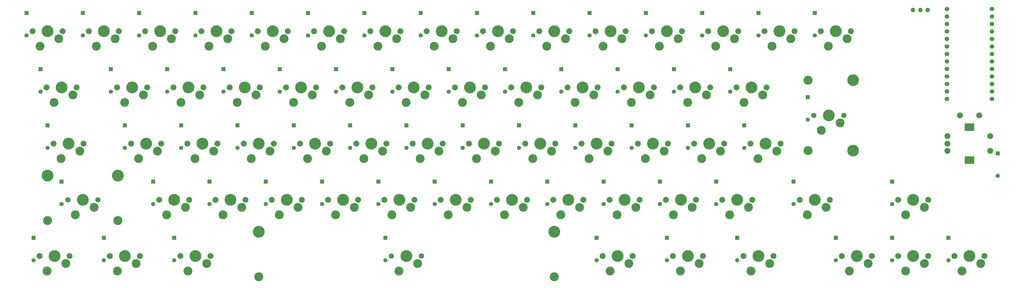
<source format=gts>
G04 #@! TF.GenerationSoftware,KiCad,Pcbnew,(5.1.12)-1*
G04 #@! TF.CreationDate,2022-12-17T21:00:29+09:00*
G04 #@! TF.ProjectId,jtnk67,6a746e6b-3637-42e6-9b69-6361645f7063,rev?*
G04 #@! TF.SameCoordinates,Original*
G04 #@! TF.FileFunction,Soldermask,Top*
G04 #@! TF.FilePolarity,Negative*
%FSLAX46Y46*%
G04 Gerber Fmt 4.6, Leading zero omitted, Abs format (unit mm)*
G04 Created by KiCad (PCBNEW (5.1.12)-1) date 2022-12-17 21:00:29*
%MOMM*%
%LPD*%
G01*
G04 APERTURE LIST*
%ADD10C,3.987800*%
%ADD11C,3.048000*%
%ADD12C,3.000000*%
%ADD13C,1.800000*%
%ADD14C,4.000000*%
%ADD15C,3.050000*%
%ADD16C,1.524000*%
%ADD17C,2.000000*%
%ADD18R,3.200000X2.500000*%
%ADD19O,1.500000X1.500000*%
%ADD20C,1.397000*%
%ADD21R,1.397000X1.397000*%
G04 APERTURE END LIST*
D10*
X301149000Y-45212000D03*
D11*
X285909000Y-69088000D03*
D10*
X301149000Y-69088000D03*
D11*
X285909000Y-45212000D03*
D12*
X290354000Y-62230000D03*
D13*
X297974000Y-57150000D03*
X287814000Y-57150000D03*
D10*
X292894000Y-57150000D03*
X292894000Y-57150000D03*
D14*
X292894000Y-57150000D03*
D12*
X296704000Y-59690000D03*
D14*
X200029000Y-96535000D03*
X100009000Y-96535000D03*
D15*
X100009000Y-111775000D03*
X200029000Y-111775000D03*
D12*
X147479000Y-109855000D03*
D14*
X150019000Y-104775000D03*
D13*
X144939000Y-104775000D03*
X155099000Y-104775000D03*
D12*
X153829000Y-107315000D03*
D16*
X348082600Y-23622000D03*
X348082600Y-26162000D03*
X348082600Y-28702000D03*
X348082600Y-31242000D03*
X348082600Y-33782000D03*
X348082600Y-36322000D03*
X348082600Y-38862000D03*
X348082600Y-41402000D03*
X348082600Y-43942000D03*
X348082600Y-46482000D03*
X348082600Y-49022000D03*
X348082600Y-51562000D03*
X332862600Y-51562000D03*
X332862600Y-49022000D03*
X332862600Y-46482000D03*
X332862600Y-43942000D03*
X332862600Y-41402000D03*
X332862600Y-38862000D03*
X332862600Y-36322000D03*
X332862600Y-33782000D03*
X332862600Y-31242000D03*
X332862600Y-28702000D03*
X332862600Y-26162000D03*
X332862600Y-23622000D03*
X332862600Y-21082000D03*
X348082600Y-21082000D03*
D17*
X337269000Y-57150000D03*
X343769000Y-57150000D03*
X347519000Y-69175000D03*
X347519000Y-64175000D03*
D18*
X340519000Y-72275000D03*
X340519000Y-61075000D03*
D17*
X333019000Y-69175000D03*
X333019000Y-66675000D03*
X333019000Y-64175000D03*
X345599000Y-104775000D03*
X335439000Y-104775000D03*
D14*
X340519000Y-104775000D03*
D12*
X337979000Y-109855000D03*
X344329000Y-107315000D03*
D17*
X326549000Y-104775000D03*
X316389000Y-104775000D03*
D14*
X321469000Y-104775000D03*
D12*
X318929000Y-109855000D03*
X325279000Y-107315000D03*
D17*
X326549000Y-85725000D03*
X316389000Y-85725000D03*
D14*
X321469000Y-85725000D03*
D12*
X318929000Y-90805000D03*
X325279000Y-88265000D03*
D17*
X300355000Y-28575000D03*
X290195000Y-28575000D03*
D14*
X295275000Y-28575000D03*
D12*
X292735000Y-33655000D03*
X299085000Y-31115000D03*
D17*
X307499000Y-104775000D03*
X297339000Y-104775000D03*
D14*
X302419000Y-104775000D03*
D12*
X299879000Y-109855000D03*
X306229000Y-107315000D03*
X291941000Y-88265000D03*
X285591000Y-90805000D03*
D14*
X288131000Y-85725000D03*
D17*
X283051000Y-85725000D03*
X293211000Y-85725000D03*
X281305000Y-28575000D03*
X271145000Y-28575000D03*
D14*
X276225000Y-28575000D03*
D12*
X273685000Y-33655000D03*
X280035000Y-31115000D03*
D17*
X276542000Y-66675000D03*
X266382000Y-66675000D03*
D14*
X271462000Y-66675000D03*
D12*
X268922000Y-71755000D03*
X275272000Y-69215000D03*
D17*
X271780000Y-47625000D03*
X261620000Y-47625000D03*
D14*
X266700000Y-47625000D03*
D12*
X264160000Y-52705000D03*
X270510000Y-50165000D03*
D17*
X262255000Y-28575000D03*
X252095000Y-28575000D03*
D14*
X257175000Y-28575000D03*
D12*
X254635000Y-33655000D03*
X260985000Y-31115000D03*
D17*
X274161000Y-104775000D03*
X264001000Y-104775000D03*
D14*
X269081000Y-104775000D03*
D12*
X266541000Y-109855000D03*
X272891000Y-107315000D03*
D17*
X267018000Y-85725000D03*
X256858000Y-85725000D03*
D14*
X261938000Y-85725000D03*
D12*
X259398000Y-90805000D03*
X265748000Y-88265000D03*
D17*
X257492000Y-66675000D03*
X247332000Y-66675000D03*
D14*
X252412000Y-66675000D03*
D12*
X249872000Y-71755000D03*
X256222000Y-69215000D03*
D17*
X252730000Y-47625000D03*
X242570000Y-47625000D03*
D14*
X247650000Y-47625000D03*
D12*
X245110000Y-52705000D03*
X251460000Y-50165000D03*
D17*
X243205000Y-28575000D03*
X233045000Y-28575000D03*
D14*
X238125000Y-28575000D03*
D12*
X235585000Y-33655000D03*
X241935000Y-31115000D03*
D17*
X250349000Y-104775000D03*
X240189000Y-104775000D03*
D14*
X245269000Y-104775000D03*
D12*
X242729000Y-109855000D03*
X249079000Y-107315000D03*
D17*
X247968000Y-85725000D03*
X237808000Y-85725000D03*
D14*
X242888000Y-85725000D03*
D12*
X240348000Y-90805000D03*
X246698000Y-88265000D03*
D17*
X238442000Y-66675000D03*
X228282000Y-66675000D03*
D14*
X233362000Y-66675000D03*
D12*
X230822000Y-71755000D03*
X237172000Y-69215000D03*
D17*
X233680000Y-47625000D03*
X223520000Y-47625000D03*
D14*
X228600000Y-47625000D03*
D12*
X226060000Y-52705000D03*
X232410000Y-50165000D03*
D17*
X224155000Y-28575000D03*
X213995000Y-28575000D03*
D14*
X219075000Y-28575000D03*
D12*
X216535000Y-33655000D03*
X222885000Y-31115000D03*
D17*
X226536000Y-104775000D03*
X216376000Y-104775000D03*
D14*
X221456000Y-104775000D03*
D12*
X218916000Y-109855000D03*
X225266000Y-107315000D03*
D17*
X228918000Y-85725000D03*
X218758000Y-85725000D03*
D14*
X223838000Y-85725000D03*
D12*
X221298000Y-90805000D03*
X227648000Y-88265000D03*
D17*
X219392000Y-66675000D03*
X209232000Y-66675000D03*
D14*
X214312000Y-66675000D03*
D12*
X211772000Y-71755000D03*
X218122000Y-69215000D03*
D17*
X214630000Y-47625000D03*
X204470000Y-47625000D03*
D14*
X209550000Y-47625000D03*
D12*
X207010000Y-52705000D03*
X213360000Y-50165000D03*
D17*
X205105000Y-28575000D03*
X194945000Y-28575000D03*
D14*
X200025000Y-28575000D03*
D12*
X197485000Y-33655000D03*
X203835000Y-31115000D03*
D17*
X209868000Y-85725000D03*
X199708000Y-85725000D03*
D14*
X204788000Y-85725000D03*
D12*
X202248000Y-90805000D03*
X208598000Y-88265000D03*
D17*
X200342000Y-66675000D03*
X190182000Y-66675000D03*
D14*
X195262000Y-66675000D03*
D12*
X192722000Y-71755000D03*
X199072000Y-69215000D03*
D17*
X195580000Y-47625000D03*
X185420000Y-47625000D03*
D14*
X190500000Y-47625000D03*
D12*
X187960000Y-52705000D03*
X194310000Y-50165000D03*
D17*
X186055000Y-28575000D03*
X175895000Y-28575000D03*
D14*
X180975000Y-28575000D03*
D12*
X178435000Y-33655000D03*
X184785000Y-31115000D03*
D17*
X190818000Y-85725000D03*
X180658000Y-85725000D03*
D14*
X185738000Y-85725000D03*
D12*
X183198000Y-90805000D03*
X189548000Y-88265000D03*
D17*
X181292000Y-66675000D03*
X171132000Y-66675000D03*
D14*
X176212000Y-66675000D03*
D12*
X173672000Y-71755000D03*
X180022000Y-69215000D03*
D17*
X176530000Y-47625000D03*
X166370000Y-47625000D03*
D14*
X171450000Y-47625000D03*
D12*
X168910000Y-52705000D03*
X175260000Y-50165000D03*
D17*
X167005000Y-28575000D03*
X156845000Y-28575000D03*
D14*
X161925000Y-28575000D03*
D12*
X159385000Y-33655000D03*
X165735000Y-31115000D03*
D17*
X171768000Y-85725000D03*
X161608000Y-85725000D03*
D14*
X166688000Y-85725000D03*
D12*
X164148000Y-90805000D03*
X170498000Y-88265000D03*
D17*
X162242000Y-66675000D03*
X152082000Y-66675000D03*
D14*
X157162000Y-66675000D03*
D12*
X154622000Y-71755000D03*
X160972000Y-69215000D03*
D17*
X157480000Y-47625000D03*
X147320000Y-47625000D03*
D14*
X152400000Y-47625000D03*
D12*
X149860000Y-52705000D03*
X156210000Y-50165000D03*
D17*
X147955000Y-28575000D03*
X137795000Y-28575000D03*
D14*
X142875000Y-28575000D03*
D12*
X140335000Y-33655000D03*
X146685000Y-31115000D03*
D17*
X152718000Y-85725000D03*
X142558000Y-85725000D03*
D14*
X147638000Y-85725000D03*
D12*
X145098000Y-90805000D03*
X151448000Y-88265000D03*
D17*
X143192000Y-66675000D03*
X133032000Y-66675000D03*
D14*
X138112000Y-66675000D03*
D12*
X135572000Y-71755000D03*
X141922000Y-69215000D03*
D17*
X138430000Y-47625000D03*
X128270000Y-47625000D03*
D14*
X133350000Y-47625000D03*
D12*
X130810000Y-52705000D03*
X137160000Y-50165000D03*
D17*
X128905000Y-28575000D03*
X118745000Y-28575000D03*
D14*
X123825000Y-28575000D03*
D12*
X121285000Y-33655000D03*
X127635000Y-31115000D03*
D17*
X133668000Y-85725000D03*
X123508000Y-85725000D03*
D14*
X128588000Y-85725000D03*
D12*
X126048000Y-90805000D03*
X132398000Y-88265000D03*
D17*
X124142000Y-66675000D03*
X113982000Y-66675000D03*
D14*
X119062000Y-66675000D03*
D12*
X116522000Y-71755000D03*
X122872000Y-69215000D03*
D17*
X119380000Y-47625000D03*
X109220000Y-47625000D03*
D14*
X114300000Y-47625000D03*
D12*
X111760000Y-52705000D03*
X118110000Y-50165000D03*
D17*
X109855000Y-28575000D03*
X99695000Y-28575000D03*
D14*
X104775000Y-28575000D03*
D12*
X102235000Y-33655000D03*
X108585000Y-31115000D03*
D17*
X114618000Y-85725000D03*
X104458000Y-85725000D03*
D14*
X109538000Y-85725000D03*
D12*
X106998000Y-90805000D03*
X113348000Y-88265000D03*
D17*
X105092000Y-66675000D03*
X94932000Y-66675000D03*
D14*
X100012000Y-66675000D03*
D12*
X97472000Y-71755000D03*
X103822000Y-69215000D03*
D17*
X100330000Y-47625000D03*
X90170000Y-47625000D03*
D14*
X95250000Y-47625000D03*
D12*
X92710000Y-52705000D03*
X99060000Y-50165000D03*
D17*
X90805000Y-28575000D03*
X80645000Y-28575000D03*
D14*
X85725000Y-28575000D03*
D12*
X83185000Y-33655000D03*
X89535000Y-31115000D03*
D17*
X83661200Y-104775000D03*
X73501200Y-104775000D03*
D14*
X78581200Y-104775000D03*
D12*
X76041200Y-109855000D03*
X82391200Y-107315000D03*
D17*
X95567500Y-85725000D03*
X85407500Y-85725000D03*
D14*
X90487500Y-85725000D03*
D12*
X87947500Y-90805000D03*
X94297500Y-88265000D03*
D17*
X86042500Y-66675000D03*
X75882500Y-66675000D03*
D14*
X80962500Y-66675000D03*
D12*
X78422500Y-71755000D03*
X84772500Y-69215000D03*
D17*
X81280000Y-47625000D03*
X71120000Y-47625000D03*
D14*
X76200000Y-47625000D03*
D12*
X73660000Y-52705000D03*
X80010000Y-50165000D03*
D17*
X71755000Y-28575000D03*
X61595000Y-28575000D03*
D14*
X66675000Y-28575000D03*
D12*
X64135000Y-33655000D03*
X70485000Y-31115000D03*
D17*
X59848800Y-104775000D03*
X49688800Y-104775000D03*
D14*
X54768800Y-104775000D03*
D12*
X52228800Y-109855000D03*
X58578800Y-107315000D03*
D17*
X76517500Y-85725000D03*
X66357500Y-85725000D03*
D14*
X71437500Y-85725000D03*
D12*
X68897500Y-90805000D03*
X75247500Y-88265000D03*
D17*
X66992500Y-66675000D03*
X56832500Y-66675000D03*
D14*
X61912500Y-66675000D03*
D12*
X59372500Y-71755000D03*
X65722500Y-69215000D03*
D17*
X62230000Y-47625000D03*
X52070000Y-47625000D03*
D14*
X57150000Y-47625000D03*
D12*
X54610000Y-52705000D03*
X60960000Y-50165000D03*
D17*
X52705000Y-28575000D03*
X42545000Y-28575000D03*
D14*
X47625000Y-28575000D03*
D12*
X45085000Y-33655000D03*
X51435000Y-31115000D03*
D17*
X36036200Y-104775000D03*
X25876200Y-104775000D03*
D14*
X30956200Y-104775000D03*
D12*
X28416200Y-109855000D03*
X34766200Y-107315000D03*
X44291200Y-88265000D03*
D13*
X45561200Y-85725000D03*
X35401200Y-85725000D03*
D14*
X40481200Y-85725000D03*
D12*
X37941200Y-90805000D03*
D15*
X52381200Y-92725000D03*
X28581200Y-92725000D03*
D14*
X28581200Y-77485000D03*
X52381200Y-77485000D03*
D12*
X39528800Y-69215000D03*
X33178800Y-71755000D03*
D14*
X35718800Y-66675000D03*
D17*
X30638800Y-66675000D03*
X40798800Y-66675000D03*
D12*
X37147500Y-50165000D03*
X30797500Y-52705000D03*
D14*
X33337500Y-47625000D03*
D17*
X28257500Y-47625000D03*
X38417500Y-47625000D03*
X33655000Y-28575000D03*
X23495000Y-28575000D03*
D14*
X28575000Y-28575000D03*
D12*
X26035000Y-33655000D03*
X32385000Y-31115000D03*
D19*
X321350000Y-21431200D03*
X323850000Y-21431200D03*
X326350000Y-21431200D03*
D20*
X333375000Y-106204000D03*
D21*
X333375000Y-98584000D03*
D20*
X350044000Y-77628800D03*
D21*
X350044000Y-70008800D03*
D20*
X314325000Y-106204000D03*
D21*
X314325000Y-98584000D03*
D20*
X314325000Y-87153800D03*
D21*
X314325000Y-79533800D03*
D20*
X288131000Y-30003800D03*
D21*
X288131000Y-22383800D03*
D20*
X295275000Y-106204000D03*
D21*
X295275000Y-98584000D03*
D20*
X280988000Y-87153800D03*
D21*
X280988000Y-79533800D03*
D20*
X285750000Y-58578800D03*
D21*
X285750000Y-50958800D03*
D20*
X269081000Y-30003800D03*
D21*
X269081000Y-22383800D03*
D20*
X264319000Y-68103800D03*
D21*
X264319000Y-60483800D03*
D20*
X259556000Y-49053800D03*
D21*
X259556000Y-41433800D03*
D20*
X250031000Y-30003800D03*
D21*
X250031000Y-22383800D03*
D20*
X261938000Y-106204000D03*
D21*
X261938000Y-98584000D03*
D20*
X254794000Y-87153800D03*
D21*
X254794000Y-79533800D03*
D20*
X245269000Y-68103800D03*
D21*
X245269000Y-60483800D03*
D20*
X240506000Y-49053800D03*
D21*
X240506000Y-41433800D03*
D20*
X230981000Y-30003800D03*
D21*
X230981000Y-22383800D03*
D20*
X238125000Y-106204000D03*
D21*
X238125000Y-98584000D03*
D20*
X235744000Y-87153800D03*
D21*
X235744000Y-79533800D03*
D20*
X226219000Y-68103800D03*
D21*
X226219000Y-60483800D03*
D20*
X221456000Y-49053800D03*
D21*
X221456000Y-41433800D03*
D20*
X211931000Y-30003800D03*
D21*
X211931000Y-22383800D03*
D20*
X214312000Y-106204000D03*
D21*
X214312000Y-98584000D03*
D20*
X216694000Y-87153800D03*
D21*
X216694000Y-79533800D03*
D20*
X207169000Y-68103800D03*
D21*
X207169000Y-60483800D03*
D20*
X202406000Y-49053800D03*
D21*
X202406000Y-41433800D03*
D20*
X192881000Y-30003800D03*
D21*
X192881000Y-22383800D03*
D20*
X197644000Y-87153800D03*
D21*
X197644000Y-79533800D03*
D20*
X188119000Y-68103800D03*
D21*
X188119000Y-60483800D03*
D20*
X183356000Y-49053800D03*
D21*
X183356000Y-41433800D03*
D20*
X173831000Y-30003800D03*
D21*
X173831000Y-22383800D03*
D20*
X178594000Y-87153800D03*
D21*
X178594000Y-79533800D03*
D20*
X169069000Y-68103800D03*
D21*
X169069000Y-60483800D03*
D20*
X164306000Y-49053800D03*
D21*
X164306000Y-41433800D03*
D20*
X154781000Y-30003800D03*
D21*
X154781000Y-22383800D03*
D20*
X159544000Y-87153800D03*
D21*
X159544000Y-79533800D03*
D20*
X150019000Y-68103800D03*
D21*
X150019000Y-60483800D03*
D20*
X145256000Y-49053800D03*
D21*
X145256000Y-41433800D03*
D20*
X135731000Y-30003800D03*
D21*
X135731000Y-22383800D03*
D20*
X140494000Y-87153800D03*
D21*
X140494000Y-79533800D03*
D20*
X130969000Y-68103800D03*
D21*
X130969000Y-60483800D03*
D20*
X126206000Y-49053800D03*
D21*
X126206000Y-41433800D03*
D20*
X116681000Y-30003800D03*
D21*
X116681000Y-22383800D03*
D20*
X121444000Y-87153800D03*
D21*
X121444000Y-79533800D03*
D20*
X111919000Y-68103800D03*
D21*
X111919000Y-60483800D03*
D20*
X107156000Y-49053800D03*
D21*
X107156000Y-41433800D03*
D20*
X97631200Y-30003800D03*
D21*
X97631200Y-22383800D03*
D20*
X142875000Y-106204000D03*
D21*
X142875000Y-98584000D03*
D20*
X102394000Y-87153800D03*
D21*
X102394000Y-79533800D03*
D20*
X92868800Y-68103800D03*
D21*
X92868800Y-60483800D03*
D20*
X88106200Y-49053800D03*
D21*
X88106200Y-41433800D03*
D20*
X78581200Y-30003800D03*
D21*
X78581200Y-22383800D03*
D20*
X71437500Y-106204000D03*
D21*
X71437500Y-98584000D03*
D20*
X83343800Y-87153800D03*
D21*
X83343800Y-79533800D03*
D20*
X73818800Y-68103800D03*
D21*
X73818800Y-60483800D03*
D20*
X69056200Y-49053800D03*
D21*
X69056200Y-41433800D03*
D20*
X59531200Y-30003800D03*
D21*
X59531200Y-22383800D03*
D20*
X47625000Y-106204000D03*
D21*
X47625000Y-98584000D03*
D20*
X64293800Y-87153800D03*
D21*
X64293800Y-79533800D03*
D20*
X54768800Y-68103800D03*
D21*
X54768800Y-60483800D03*
D20*
X50006200Y-49053800D03*
D21*
X50006200Y-41433800D03*
D20*
X40481200Y-30003800D03*
D21*
X40481200Y-22383800D03*
D20*
X23812500Y-106204000D03*
D21*
X23812500Y-98584000D03*
D20*
X33337500Y-87153800D03*
D21*
X33337500Y-79533800D03*
D20*
X28575000Y-68103800D03*
D21*
X28575000Y-60483800D03*
D20*
X26193800Y-49053800D03*
D21*
X26193800Y-41433800D03*
D20*
X21431200Y-30003800D03*
D21*
X21431200Y-22383800D03*
M02*

</source>
